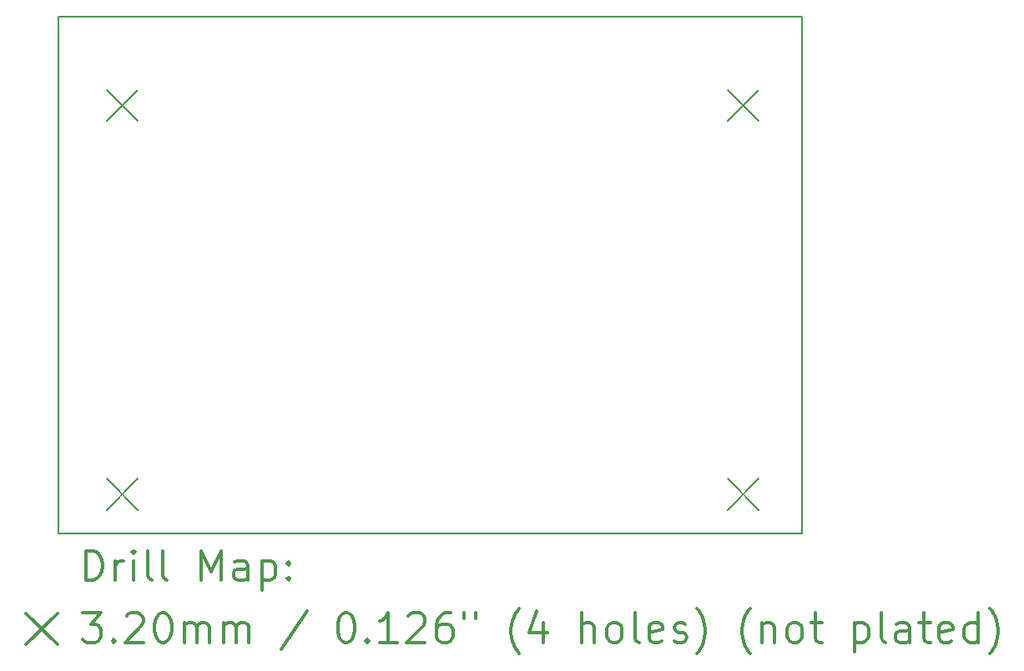
<source format=gbr>
%FSLAX45Y45*%
G04 Gerber Fmt 4.5, Leading zero omitted, Abs format (unit mm)*
G04 Created by KiCad (PCBNEW 5.1.6) date 2020-10-24 20:22:54*
%MOMM*%
%LPD*%
G01*
G04 APERTURE LIST*
%TA.AperFunction,Profile*%
%ADD10C,0.150000*%
%TD*%
%ADD11C,0.200000*%
%ADD12C,0.300000*%
G04 APERTURE END LIST*
D10*
X3800000Y-10450000D02*
X3800000Y-5200000D01*
X11350000Y-10450000D02*
X3800000Y-10450000D01*
X11350000Y-5200000D02*
X11350000Y-10450000D01*
X3800000Y-5200000D02*
X11350000Y-5200000D01*
D11*
X10590000Y-9890000D02*
X10910000Y-10210000D01*
X10910000Y-9890000D02*
X10590000Y-10210000D01*
X4290000Y-5940000D02*
X4610000Y-6260000D01*
X4610000Y-5940000D02*
X4290000Y-6260000D01*
X10590000Y-5940000D02*
X10910000Y-6260000D01*
X10910000Y-5940000D02*
X10590000Y-6260000D01*
X4290000Y-9890000D02*
X4610000Y-10210000D01*
X4610000Y-9890000D02*
X4290000Y-10210000D01*
D12*
X4078928Y-10923214D02*
X4078928Y-10623214D01*
X4150357Y-10623214D01*
X4193214Y-10637500D01*
X4221786Y-10666072D01*
X4236071Y-10694643D01*
X4250357Y-10751786D01*
X4250357Y-10794643D01*
X4236071Y-10851786D01*
X4221786Y-10880357D01*
X4193214Y-10908929D01*
X4150357Y-10923214D01*
X4078928Y-10923214D01*
X4378928Y-10923214D02*
X4378928Y-10723214D01*
X4378928Y-10780357D02*
X4393214Y-10751786D01*
X4407500Y-10737500D01*
X4436071Y-10723214D01*
X4464643Y-10723214D01*
X4564643Y-10923214D02*
X4564643Y-10723214D01*
X4564643Y-10623214D02*
X4550357Y-10637500D01*
X4564643Y-10651786D01*
X4578928Y-10637500D01*
X4564643Y-10623214D01*
X4564643Y-10651786D01*
X4750357Y-10923214D02*
X4721786Y-10908929D01*
X4707500Y-10880357D01*
X4707500Y-10623214D01*
X4907500Y-10923214D02*
X4878928Y-10908929D01*
X4864643Y-10880357D01*
X4864643Y-10623214D01*
X5250357Y-10923214D02*
X5250357Y-10623214D01*
X5350357Y-10837500D01*
X5450357Y-10623214D01*
X5450357Y-10923214D01*
X5721786Y-10923214D02*
X5721786Y-10766072D01*
X5707500Y-10737500D01*
X5678928Y-10723214D01*
X5621786Y-10723214D01*
X5593214Y-10737500D01*
X5721786Y-10908929D02*
X5693214Y-10923214D01*
X5621786Y-10923214D01*
X5593214Y-10908929D01*
X5578928Y-10880357D01*
X5578928Y-10851786D01*
X5593214Y-10823214D01*
X5621786Y-10808929D01*
X5693214Y-10808929D01*
X5721786Y-10794643D01*
X5864643Y-10723214D02*
X5864643Y-11023214D01*
X5864643Y-10737500D02*
X5893214Y-10723214D01*
X5950357Y-10723214D01*
X5978928Y-10737500D01*
X5993214Y-10751786D01*
X6007500Y-10780357D01*
X6007500Y-10866072D01*
X5993214Y-10894643D01*
X5978928Y-10908929D01*
X5950357Y-10923214D01*
X5893214Y-10923214D01*
X5864643Y-10908929D01*
X6136071Y-10894643D02*
X6150357Y-10908929D01*
X6136071Y-10923214D01*
X6121786Y-10908929D01*
X6136071Y-10894643D01*
X6136071Y-10923214D01*
X6136071Y-10737500D02*
X6150357Y-10751786D01*
X6136071Y-10766072D01*
X6121786Y-10751786D01*
X6136071Y-10737500D01*
X6136071Y-10766072D01*
X3472500Y-11257500D02*
X3792500Y-11577500D01*
X3792500Y-11257500D02*
X3472500Y-11577500D01*
X4050357Y-11253214D02*
X4236071Y-11253214D01*
X4136071Y-11367500D01*
X4178928Y-11367500D01*
X4207500Y-11381786D01*
X4221786Y-11396071D01*
X4236071Y-11424643D01*
X4236071Y-11496071D01*
X4221786Y-11524643D01*
X4207500Y-11538929D01*
X4178928Y-11553214D01*
X4093214Y-11553214D01*
X4064643Y-11538929D01*
X4050357Y-11524643D01*
X4364643Y-11524643D02*
X4378928Y-11538929D01*
X4364643Y-11553214D01*
X4350357Y-11538929D01*
X4364643Y-11524643D01*
X4364643Y-11553214D01*
X4493214Y-11281786D02*
X4507500Y-11267500D01*
X4536071Y-11253214D01*
X4607500Y-11253214D01*
X4636071Y-11267500D01*
X4650357Y-11281786D01*
X4664643Y-11310357D01*
X4664643Y-11338929D01*
X4650357Y-11381786D01*
X4478928Y-11553214D01*
X4664643Y-11553214D01*
X4850357Y-11253214D02*
X4878928Y-11253214D01*
X4907500Y-11267500D01*
X4921786Y-11281786D01*
X4936071Y-11310357D01*
X4950357Y-11367500D01*
X4950357Y-11438929D01*
X4936071Y-11496071D01*
X4921786Y-11524643D01*
X4907500Y-11538929D01*
X4878928Y-11553214D01*
X4850357Y-11553214D01*
X4821786Y-11538929D01*
X4807500Y-11524643D01*
X4793214Y-11496071D01*
X4778928Y-11438929D01*
X4778928Y-11367500D01*
X4793214Y-11310357D01*
X4807500Y-11281786D01*
X4821786Y-11267500D01*
X4850357Y-11253214D01*
X5078928Y-11553214D02*
X5078928Y-11353214D01*
X5078928Y-11381786D02*
X5093214Y-11367500D01*
X5121786Y-11353214D01*
X5164643Y-11353214D01*
X5193214Y-11367500D01*
X5207500Y-11396071D01*
X5207500Y-11553214D01*
X5207500Y-11396071D02*
X5221786Y-11367500D01*
X5250357Y-11353214D01*
X5293214Y-11353214D01*
X5321786Y-11367500D01*
X5336071Y-11396071D01*
X5336071Y-11553214D01*
X5478928Y-11553214D02*
X5478928Y-11353214D01*
X5478928Y-11381786D02*
X5493214Y-11367500D01*
X5521786Y-11353214D01*
X5564643Y-11353214D01*
X5593214Y-11367500D01*
X5607500Y-11396071D01*
X5607500Y-11553214D01*
X5607500Y-11396071D02*
X5621786Y-11367500D01*
X5650357Y-11353214D01*
X5693214Y-11353214D01*
X5721786Y-11367500D01*
X5736071Y-11396071D01*
X5736071Y-11553214D01*
X6321786Y-11238929D02*
X6064643Y-11624643D01*
X6707500Y-11253214D02*
X6736071Y-11253214D01*
X6764643Y-11267500D01*
X6778928Y-11281786D01*
X6793214Y-11310357D01*
X6807500Y-11367500D01*
X6807500Y-11438929D01*
X6793214Y-11496071D01*
X6778928Y-11524643D01*
X6764643Y-11538929D01*
X6736071Y-11553214D01*
X6707500Y-11553214D01*
X6678928Y-11538929D01*
X6664643Y-11524643D01*
X6650357Y-11496071D01*
X6636071Y-11438929D01*
X6636071Y-11367500D01*
X6650357Y-11310357D01*
X6664643Y-11281786D01*
X6678928Y-11267500D01*
X6707500Y-11253214D01*
X6936071Y-11524643D02*
X6950357Y-11538929D01*
X6936071Y-11553214D01*
X6921786Y-11538929D01*
X6936071Y-11524643D01*
X6936071Y-11553214D01*
X7236071Y-11553214D02*
X7064643Y-11553214D01*
X7150357Y-11553214D02*
X7150357Y-11253214D01*
X7121786Y-11296071D01*
X7093214Y-11324643D01*
X7064643Y-11338929D01*
X7350357Y-11281786D02*
X7364643Y-11267500D01*
X7393214Y-11253214D01*
X7464643Y-11253214D01*
X7493214Y-11267500D01*
X7507500Y-11281786D01*
X7521786Y-11310357D01*
X7521786Y-11338929D01*
X7507500Y-11381786D01*
X7336071Y-11553214D01*
X7521786Y-11553214D01*
X7778928Y-11253214D02*
X7721786Y-11253214D01*
X7693214Y-11267500D01*
X7678928Y-11281786D01*
X7650357Y-11324643D01*
X7636071Y-11381786D01*
X7636071Y-11496071D01*
X7650357Y-11524643D01*
X7664643Y-11538929D01*
X7693214Y-11553214D01*
X7750357Y-11553214D01*
X7778928Y-11538929D01*
X7793214Y-11524643D01*
X7807500Y-11496071D01*
X7807500Y-11424643D01*
X7793214Y-11396071D01*
X7778928Y-11381786D01*
X7750357Y-11367500D01*
X7693214Y-11367500D01*
X7664643Y-11381786D01*
X7650357Y-11396071D01*
X7636071Y-11424643D01*
X7921786Y-11253214D02*
X7921786Y-11310357D01*
X8036071Y-11253214D02*
X8036071Y-11310357D01*
X8478928Y-11667500D02*
X8464643Y-11653214D01*
X8436071Y-11610357D01*
X8421786Y-11581786D01*
X8407500Y-11538929D01*
X8393214Y-11467500D01*
X8393214Y-11410357D01*
X8407500Y-11338929D01*
X8421786Y-11296071D01*
X8436071Y-11267500D01*
X8464643Y-11224643D01*
X8478928Y-11210357D01*
X8721786Y-11353214D02*
X8721786Y-11553214D01*
X8650357Y-11238929D02*
X8578928Y-11453214D01*
X8764643Y-11453214D01*
X9107500Y-11553214D02*
X9107500Y-11253214D01*
X9236071Y-11553214D02*
X9236071Y-11396071D01*
X9221786Y-11367500D01*
X9193214Y-11353214D01*
X9150357Y-11353214D01*
X9121786Y-11367500D01*
X9107500Y-11381786D01*
X9421786Y-11553214D02*
X9393214Y-11538929D01*
X9378928Y-11524643D01*
X9364643Y-11496071D01*
X9364643Y-11410357D01*
X9378928Y-11381786D01*
X9393214Y-11367500D01*
X9421786Y-11353214D01*
X9464643Y-11353214D01*
X9493214Y-11367500D01*
X9507500Y-11381786D01*
X9521786Y-11410357D01*
X9521786Y-11496071D01*
X9507500Y-11524643D01*
X9493214Y-11538929D01*
X9464643Y-11553214D01*
X9421786Y-11553214D01*
X9693214Y-11553214D02*
X9664643Y-11538929D01*
X9650357Y-11510357D01*
X9650357Y-11253214D01*
X9921786Y-11538929D02*
X9893214Y-11553214D01*
X9836071Y-11553214D01*
X9807500Y-11538929D01*
X9793214Y-11510357D01*
X9793214Y-11396071D01*
X9807500Y-11367500D01*
X9836071Y-11353214D01*
X9893214Y-11353214D01*
X9921786Y-11367500D01*
X9936071Y-11396071D01*
X9936071Y-11424643D01*
X9793214Y-11453214D01*
X10050357Y-11538929D02*
X10078928Y-11553214D01*
X10136071Y-11553214D01*
X10164643Y-11538929D01*
X10178928Y-11510357D01*
X10178928Y-11496071D01*
X10164643Y-11467500D01*
X10136071Y-11453214D01*
X10093214Y-11453214D01*
X10064643Y-11438929D01*
X10050357Y-11410357D01*
X10050357Y-11396071D01*
X10064643Y-11367500D01*
X10093214Y-11353214D01*
X10136071Y-11353214D01*
X10164643Y-11367500D01*
X10278928Y-11667500D02*
X10293214Y-11653214D01*
X10321786Y-11610357D01*
X10336071Y-11581786D01*
X10350357Y-11538929D01*
X10364643Y-11467500D01*
X10364643Y-11410357D01*
X10350357Y-11338929D01*
X10336071Y-11296071D01*
X10321786Y-11267500D01*
X10293214Y-11224643D01*
X10278928Y-11210357D01*
X10821786Y-11667500D02*
X10807500Y-11653214D01*
X10778928Y-11610357D01*
X10764643Y-11581786D01*
X10750357Y-11538929D01*
X10736071Y-11467500D01*
X10736071Y-11410357D01*
X10750357Y-11338929D01*
X10764643Y-11296071D01*
X10778928Y-11267500D01*
X10807500Y-11224643D01*
X10821786Y-11210357D01*
X10936071Y-11353214D02*
X10936071Y-11553214D01*
X10936071Y-11381786D02*
X10950357Y-11367500D01*
X10978928Y-11353214D01*
X11021786Y-11353214D01*
X11050357Y-11367500D01*
X11064643Y-11396071D01*
X11064643Y-11553214D01*
X11250357Y-11553214D02*
X11221786Y-11538929D01*
X11207500Y-11524643D01*
X11193214Y-11496071D01*
X11193214Y-11410357D01*
X11207500Y-11381786D01*
X11221786Y-11367500D01*
X11250357Y-11353214D01*
X11293214Y-11353214D01*
X11321786Y-11367500D01*
X11336071Y-11381786D01*
X11350357Y-11410357D01*
X11350357Y-11496071D01*
X11336071Y-11524643D01*
X11321786Y-11538929D01*
X11293214Y-11553214D01*
X11250357Y-11553214D01*
X11436071Y-11353214D02*
X11550357Y-11353214D01*
X11478928Y-11253214D02*
X11478928Y-11510357D01*
X11493214Y-11538929D01*
X11521786Y-11553214D01*
X11550357Y-11553214D01*
X11878928Y-11353214D02*
X11878928Y-11653214D01*
X11878928Y-11367500D02*
X11907500Y-11353214D01*
X11964643Y-11353214D01*
X11993214Y-11367500D01*
X12007500Y-11381786D01*
X12021786Y-11410357D01*
X12021786Y-11496071D01*
X12007500Y-11524643D01*
X11993214Y-11538929D01*
X11964643Y-11553214D01*
X11907500Y-11553214D01*
X11878928Y-11538929D01*
X12193214Y-11553214D02*
X12164643Y-11538929D01*
X12150357Y-11510357D01*
X12150357Y-11253214D01*
X12436071Y-11553214D02*
X12436071Y-11396071D01*
X12421786Y-11367500D01*
X12393214Y-11353214D01*
X12336071Y-11353214D01*
X12307500Y-11367500D01*
X12436071Y-11538929D02*
X12407500Y-11553214D01*
X12336071Y-11553214D01*
X12307500Y-11538929D01*
X12293214Y-11510357D01*
X12293214Y-11481786D01*
X12307500Y-11453214D01*
X12336071Y-11438929D01*
X12407500Y-11438929D01*
X12436071Y-11424643D01*
X12536071Y-11353214D02*
X12650357Y-11353214D01*
X12578928Y-11253214D02*
X12578928Y-11510357D01*
X12593214Y-11538929D01*
X12621786Y-11553214D01*
X12650357Y-11553214D01*
X12864643Y-11538929D02*
X12836071Y-11553214D01*
X12778928Y-11553214D01*
X12750357Y-11538929D01*
X12736071Y-11510357D01*
X12736071Y-11396071D01*
X12750357Y-11367500D01*
X12778928Y-11353214D01*
X12836071Y-11353214D01*
X12864643Y-11367500D01*
X12878928Y-11396071D01*
X12878928Y-11424643D01*
X12736071Y-11453214D01*
X13136071Y-11553214D02*
X13136071Y-11253214D01*
X13136071Y-11538929D02*
X13107500Y-11553214D01*
X13050357Y-11553214D01*
X13021786Y-11538929D01*
X13007500Y-11524643D01*
X12993214Y-11496071D01*
X12993214Y-11410357D01*
X13007500Y-11381786D01*
X13021786Y-11367500D01*
X13050357Y-11353214D01*
X13107500Y-11353214D01*
X13136071Y-11367500D01*
X13250357Y-11667500D02*
X13264643Y-11653214D01*
X13293214Y-11610357D01*
X13307500Y-11581786D01*
X13321786Y-11538929D01*
X13336071Y-11467500D01*
X13336071Y-11410357D01*
X13321786Y-11338929D01*
X13307500Y-11296071D01*
X13293214Y-11267500D01*
X13264643Y-11224643D01*
X13250357Y-11210357D01*
M02*

</source>
